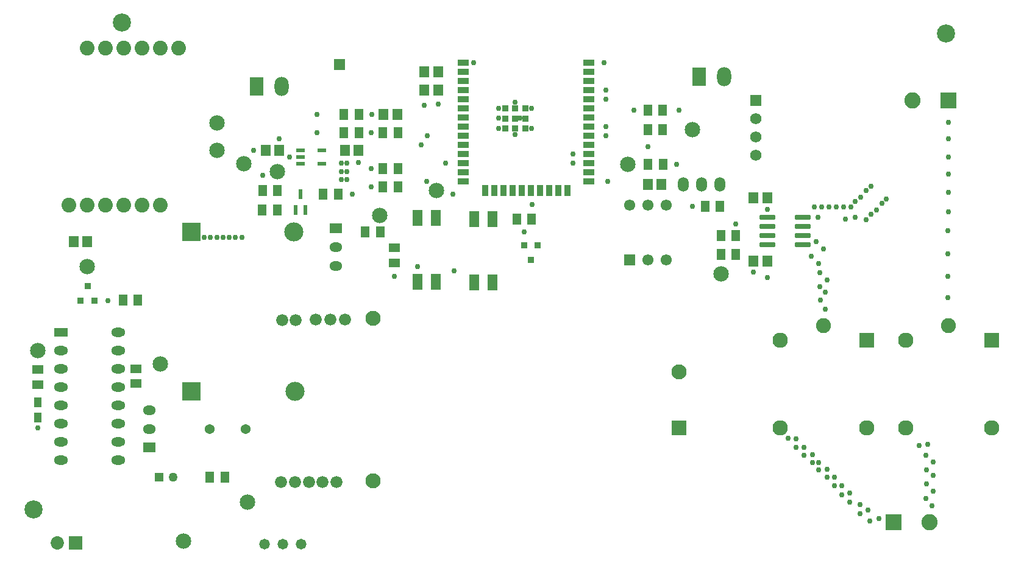
<source format=gts>
G04*
G04 #@! TF.GenerationSoftware,Altium Limited,Altium Designer,24.5.2 (23)*
G04*
G04 Layer_Color=8388736*
%FSLAX25Y25*%
%MOIN*%
G70*
G04*
G04 #@! TF.SameCoordinates,965667D9-A914-4C8D-9D07-D793B6B6F1C8*
G04*
G04*
G04 #@! TF.FilePolarity,Negative*
G04*
G01*
G75*
%ADD23R,0.03500X0.03200*%
%ADD24R,0.05700X0.09100*%
%ADD25R,0.02000X0.05200*%
%ADD26R,0.05900X0.03500*%
%ADD27R,0.03500X0.05900*%
%ADD28R,0.03500X0.03500*%
%ADD32R,0.04750X0.02000*%
%ADD34C,0.09937*%
%ADD35R,0.05118X0.06496*%
%ADD36R,0.05709X0.06496*%
G04:AMPARAMS|DCode=37|XSize=83.46mil|YSize=29.53mil|CornerRadius=5.91mil|HoleSize=0mil|Usage=FLASHONLY|Rotation=180.000|XOffset=0mil|YOffset=0mil|HoleType=Round|Shape=RoundedRectangle|*
%AMROUNDEDRECTD37*
21,1,0.08346,0.01772,0,0,180.0*
21,1,0.07165,0.02953,0,0,180.0*
1,1,0.01181,-0.03583,0.00886*
1,1,0.01181,0.03583,0.00886*
1,1,0.01181,0.03583,-0.00886*
1,1,0.01181,-0.03583,-0.00886*
%
%ADD37ROUNDEDRECTD37*%
%ADD38R,0.06496X0.05118*%
%ADD39R,0.04331X0.05315*%
%ADD40C,0.10433*%
%ADD41R,0.10433X0.10433*%
%ADD42C,0.00591*%
%ADD43O,0.07087X0.05200*%
%ADD44R,0.07087X0.05200*%
%ADD45R,0.07293X0.07293*%
%ADD46C,0.07293*%
%ADD47O,0.07677X0.05039*%
%ADD48R,0.07677X0.05039*%
%ADD49C,0.08071*%
%ADD50C,0.08858*%
%ADD51R,0.08858X0.08858*%
%ADD52R,0.05900X0.05900*%
%ADD53C,0.08465*%
%ADD54R,0.07677X0.10433*%
%ADD55O,0.07677X0.10433*%
%ADD56O,0.05906X0.07874*%
%ADD57R,0.06181X0.06181*%
%ADD58C,0.06181*%
%ADD59C,0.08268*%
%ADD60R,0.08268X0.08268*%
%ADD61R,0.08386X0.08386*%
%ADD62C,0.08209*%
%ADD63C,0.08386*%
%ADD64C,0.06102*%
%ADD65R,0.06102X0.06102*%
%ADD66C,0.05800*%
%ADD67C,0.05400*%
%ADD68C,0.06591*%
%ADD69R,0.05000X0.05000*%
%ADD70C,0.05000*%
%ADD71C,0.02953*%
G54D23*
X35323Y146303D02*
D03*
X42803D02*
D03*
X39063Y154177D02*
D03*
X281500Y168563D02*
D03*
X277760Y176437D02*
D03*
X285240D02*
D03*
G54D24*
X219500Y156650D02*
D03*
X229500D02*
D03*
X250500Y156150D02*
D03*
X260500D02*
D03*
Y190850D02*
D03*
X250500D02*
D03*
X229500Y191350D02*
D03*
X219500D02*
D03*
G54D25*
X152949Y195949D02*
D03*
X158067D02*
D03*
X155508Y204649D02*
D03*
G54D26*
X244450Y211410D02*
D03*
Y216410D02*
D03*
Y221410D02*
D03*
Y226410D02*
D03*
Y231410D02*
D03*
Y236410D02*
D03*
Y241410D02*
D03*
Y246410D02*
D03*
Y251410D02*
D03*
Y256410D02*
D03*
Y261410D02*
D03*
Y266410D02*
D03*
Y271410D02*
D03*
Y276410D02*
D03*
X313350Y216410D02*
D03*
Y211410D02*
D03*
Y221410D02*
D03*
Y226410D02*
D03*
Y231410D02*
D03*
Y236410D02*
D03*
Y241410D02*
D03*
Y246410D02*
D03*
Y251410D02*
D03*
Y256410D02*
D03*
Y261410D02*
D03*
Y266410D02*
D03*
Y271410D02*
D03*
Y276410D02*
D03*
G54D27*
X256400Y206485D02*
D03*
X261400D02*
D03*
X266400D02*
D03*
X271400D02*
D03*
X276400D02*
D03*
X281400D02*
D03*
X286400D02*
D03*
X291400D02*
D03*
X296400D02*
D03*
X301400D02*
D03*
G54D28*
X267480Y240500D02*
D03*
X272990D02*
D03*
X278500D02*
D03*
Y246010D02*
D03*
Y251520D02*
D03*
X272990D02*
D03*
Y246010D02*
D03*
X267480D02*
D03*
Y251520D02*
D03*
G54D32*
X155508Y221193D02*
D03*
Y224933D02*
D03*
Y228673D02*
D03*
X167358D02*
D03*
Y221193D02*
D03*
G54D34*
X9500Y32000D02*
D03*
X58000Y298500D02*
D03*
X508500Y292500D02*
D03*
G54D35*
X58366Y146500D02*
D03*
X66634D02*
D03*
X134685Y195949D02*
D03*
X142953D02*
D03*
X143000Y206500D02*
D03*
X134732D02*
D03*
X167866Y204500D02*
D03*
X190866Y184000D02*
D03*
X199134D02*
D03*
X200612Y208537D02*
D03*
X208880D02*
D03*
X208873Y218484D02*
D03*
X200605D02*
D03*
X200623Y238165D02*
D03*
X208890D02*
D03*
X187623Y248164D02*
D03*
X179356D02*
D03*
X179355Y238165D02*
D03*
X187623D02*
D03*
X176134Y204500D02*
D03*
X273715Y190850D02*
D03*
X281983D02*
D03*
X345500Y221000D02*
D03*
X353768D02*
D03*
X353634Y240000D02*
D03*
X345366D02*
D03*
X376732Y198000D02*
D03*
X385000D02*
D03*
X385366Y182000D02*
D03*
Y171500D02*
D03*
X393634D02*
D03*
Y182000D02*
D03*
X353634Y250500D02*
D03*
X345366D02*
D03*
X114268Y49500D02*
D03*
X106000D02*
D03*
G54D36*
X31520Y178500D02*
D03*
X39000D02*
D03*
X136520Y228673D02*
D03*
X144000D02*
D03*
X179760Y228500D02*
D03*
X187240D02*
D03*
X200954Y248200D02*
D03*
X208434D02*
D03*
X223260Y261500D02*
D03*
X230740D02*
D03*
Y271500D02*
D03*
X223260D02*
D03*
X345500Y210000D02*
D03*
X352980D02*
D03*
X403260Y168000D02*
D03*
X410740D02*
D03*
X410756Y202516D02*
D03*
X403275D02*
D03*
G54D37*
X410756Y177000D02*
D03*
Y182000D02*
D03*
Y187000D02*
D03*
Y192000D02*
D03*
X430244D02*
D03*
Y187000D02*
D03*
Y182000D02*
D03*
Y177000D02*
D03*
G54D38*
X12000Y100232D02*
D03*
Y108500D02*
D03*
X65500Y109000D02*
D03*
Y100732D02*
D03*
X207000Y166866D02*
D03*
Y175134D02*
D03*
G54D39*
X12000Y82233D02*
D03*
Y90500D02*
D03*
G54D40*
X152500Y96598D02*
D03*
X151906Y184000D02*
D03*
G54D41*
X96000Y96598D02*
D03*
Y184000D02*
D03*
G54D42*
X117000Y17000D02*
D03*
X534500Y293000D02*
D03*
G54D43*
X73000Y76000D02*
D03*
Y86236D02*
D03*
X175000Y165264D02*
D03*
Y175500D02*
D03*
G54D44*
X73000Y65764D02*
D03*
X175000Y185736D02*
D03*
G54D45*
X32500Y13500D02*
D03*
G54D46*
X22658Y13500D02*
D03*
G54D47*
X24500Y59000D02*
D03*
Y69000D02*
D03*
Y79000D02*
D03*
Y89000D02*
D03*
Y99000D02*
D03*
Y109000D02*
D03*
Y119000D02*
D03*
X55760Y69000D02*
D03*
Y59000D02*
D03*
Y79000D02*
D03*
Y89000D02*
D03*
Y99000D02*
D03*
Y109000D02*
D03*
Y119000D02*
D03*
Y129000D02*
D03*
G54D48*
X24500Y129000D02*
D03*
G54D49*
X59000Y198500D02*
D03*
X69000D02*
D03*
X79000D02*
D03*
X49000D02*
D03*
X39000D02*
D03*
X29000D02*
D03*
X89000Y284602D02*
D03*
X79000D02*
D03*
X69000D02*
D03*
X59000D02*
D03*
X49000D02*
D03*
X39000D02*
D03*
G54D50*
X499500Y25000D02*
D03*
X490315Y256000D02*
D03*
G54D51*
X479815Y25000D02*
D03*
X510000Y256000D02*
D03*
G54D52*
X177000Y275500D02*
D03*
G54D53*
X12000Y119000D02*
D03*
X79000Y111500D02*
D03*
X39000Y165000D02*
D03*
X110000Y228500D02*
D03*
X124693Y221193D02*
D03*
X143000Y217004D02*
D03*
X199000Y193000D02*
D03*
X230000Y206500D02*
D03*
X334500Y221000D02*
D03*
X370000Y240000D02*
D03*
X385500Y161000D02*
D03*
X110000Y243500D02*
D03*
X126500Y36000D02*
D03*
X91500Y14500D02*
D03*
G54D54*
X131500Y263500D02*
D03*
X373500Y269000D02*
D03*
G54D55*
X145280Y263500D02*
D03*
X387280Y269000D02*
D03*
G54D56*
X365000Y210000D02*
D03*
X375000D02*
D03*
X385000D02*
D03*
G54D57*
X404500Y256000D02*
D03*
G54D58*
X404500Y226000D02*
D03*
Y236000D02*
D03*
Y246000D02*
D03*
G54D59*
X195267Y47396D02*
D03*
Y136372D02*
D03*
X362590Y107238D02*
D03*
G54D60*
X362590Y76530D02*
D03*
G54D61*
X465122Y124516D02*
D03*
X533622D02*
D03*
G54D62*
X441500Y132390D02*
D03*
X510000D02*
D03*
G54D63*
X417878Y76484D02*
D03*
X465122D02*
D03*
X486378D02*
D03*
X533622D02*
D03*
X486378Y124516D02*
D03*
X417878D02*
D03*
G54D64*
X335500Y198500D02*
D03*
X345500D02*
D03*
X355500D02*
D03*
Y168500D02*
D03*
X345500D02*
D03*
G54D65*
X335500Y168500D02*
D03*
G54D66*
X136000Y13000D02*
D03*
X146000D02*
D03*
X156000D02*
D03*
G54D67*
X106000Y76000D02*
D03*
X125685D02*
D03*
G54D68*
X145000Y47000D02*
D03*
X152500D02*
D03*
X160177Y46866D02*
D03*
X167677D02*
D03*
X175177D02*
D03*
X180000Y136000D02*
D03*
X172000D02*
D03*
X164000D02*
D03*
X153000Y135500D02*
D03*
X145500D02*
D03*
G54D69*
X78100Y49500D02*
D03*
G54D70*
X86000Y49500D02*
D03*
G54D71*
X12000Y76500D02*
D03*
X50244Y146303D02*
D03*
X102704Y180944D02*
D03*
X106204D02*
D03*
X109722Y180917D02*
D03*
X113222D02*
D03*
X116400Y180956D02*
D03*
X119918Y180929D02*
D03*
X123418D02*
D03*
X134732Y214768D02*
D03*
X164500Y238170D02*
D03*
X178000Y217000D02*
D03*
X181000D02*
D03*
Y212500D02*
D03*
X178000D02*
D03*
X183799Y204514D02*
D03*
X194112Y208537D02*
D03*
X221500Y231500D02*
D03*
X224500Y211500D02*
D03*
X239000Y204500D02*
D03*
X264000Y240510D02*
D03*
X282180Y199000D02*
D03*
X277760Y183760D02*
D03*
X323500Y211500D02*
D03*
X345366Y230634D02*
D03*
X361135Y221000D02*
D03*
X369866Y198000D02*
D03*
X393634Y188259D02*
D03*
X403260Y161740D02*
D03*
X410740Y158760D02*
D03*
X439500Y161500D02*
D03*
X439000Y166500D02*
D03*
X439495Y153891D02*
D03*
X440000Y146500D02*
D03*
X442500Y141500D02*
D03*
X442610Y150816D02*
D03*
X443500Y157500D02*
D03*
X441500Y174500D02*
D03*
X453500Y191000D02*
D03*
X459000Y192000D02*
D03*
X465000Y190500D02*
D03*
X467500Y193500D02*
D03*
X470500Y196000D02*
D03*
X473500Y199500D02*
D03*
X476000Y202000D02*
D03*
X467500Y209000D02*
D03*
X509500Y184500D02*
D03*
Y172000D02*
D03*
Y159500D02*
D03*
Y148000D02*
D03*
X510000Y195000D02*
D03*
Y205500D02*
D03*
Y215500D02*
D03*
Y225000D02*
D03*
Y235000D02*
D03*
Y244000D02*
D03*
X465000Y206500D02*
D03*
X462000Y203000D02*
D03*
X459000Y200500D02*
D03*
X456500Y197500D02*
D03*
X452500D02*
D03*
X448500D02*
D03*
X444500D02*
D03*
X440500D02*
D03*
X436500D02*
D03*
X438390Y192000D02*
D03*
X437500Y178500D02*
D03*
X435000Y170500D02*
D03*
X410756Y196256D02*
D03*
X362500Y250500D02*
D03*
X321500Y276500D02*
D03*
X322500Y261500D02*
D03*
Y256500D02*
D03*
X338000Y250500D02*
D03*
X322432Y241432D02*
D03*
Y236433D02*
D03*
X304590Y226410D02*
D03*
Y221410D02*
D03*
X282000Y251500D02*
D03*
X275666Y246023D02*
D03*
X273000Y255000D02*
D03*
X272980Y237020D02*
D03*
X281980Y240490D02*
D03*
X264000Y246020D02*
D03*
Y251530D02*
D03*
X250090Y276410D02*
D03*
X230740Y253740D02*
D03*
X224910Y236410D02*
D03*
X235000Y221500D02*
D03*
X223260Y253260D02*
D03*
X194454Y248200D02*
D03*
X194123Y238165D02*
D03*
X194105Y218484D02*
D03*
X187240Y222000D02*
D03*
X181000Y221500D02*
D03*
X178000D02*
D03*
X164500Y248164D02*
D03*
X144000Y235000D02*
D03*
X149533Y224967D02*
D03*
X129827Y228673D02*
D03*
X207000Y159500D02*
D03*
X219500Y165000D02*
D03*
X239500Y162500D02*
D03*
X422077Y70781D02*
D03*
X426500Y70500D02*
D03*
Y66000D02*
D03*
X431000D02*
D03*
Y61500D02*
D03*
X435500Y62000D02*
D03*
Y57500D02*
D03*
X439000D02*
D03*
Y53500D02*
D03*
X447500Y45000D02*
D03*
X451500D02*
D03*
Y40000D02*
D03*
X456000Y41000D02*
D03*
Y36000D02*
D03*
X461500Y34500D02*
D03*
Y29500D02*
D03*
X466000Y31500D02*
D03*
X467000Y25500D02*
D03*
X472000Y27000D02*
D03*
X501000Y34000D02*
D03*
X497644Y37928D02*
D03*
X501500Y42000D02*
D03*
X498000Y46000D02*
D03*
Y53500D02*
D03*
X501500Y50500D02*
D03*
Y58000D02*
D03*
X497500Y61500D02*
D03*
X498500Y67500D02*
D03*
X494000Y67000D02*
D03*
X443500Y54000D02*
D03*
Y49500D02*
D03*
X447500D02*
D03*
M02*

</source>
